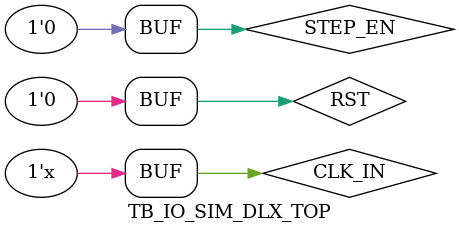
<source format=v>
`timescale 1ns / 1ps


module TB_IO_SIM_DLX_TOP;

	// Inputs
	reg CLK_IN;
	reg RST;
	reg STEP_EN;

	// Outputs
	wire AS_N;
	wire WR_N;
	wire [31:0] GPR_D;
	wire [31:0] AO;
	wire MR;
	wire MW;
	wire A_CE;
	wire B_CE;
	wire C_CE;
	wire IR_CE;
	wire PC_CE;
	wire OVF;
	wire GPR_WE;
	wire [1:0] S1_SEL;
	wire [1:0] S2_SEL;
	wire A_SEL;
	wire MDR_SEL;
	wire DINT_SEL;
	wire TEST;
	wire ITYPE;
	wire ADD;
	wire SHIFT;
	wire JLINK;
	wire STOP_N;
	wire BUSY;
	wire IN_INIT;
	wire [31:0] DO;
	wire [2:0] ALUF;
	wire MAR_CE;
	wire MDR_CE;
	wire AEQZ;
	wire [31:0] IR;
	wire [1:0] MAC_STATE;
	wire [4:0] DLX_STATE;
	wire MUXALU_SEL;

	// Instantiate the Unit Under Test (UUT)
	DLX_IO_SIM_VERILOG uut (
		.CLK_IN(CLK_IN), 
		.RST(RST), 
		.STEP_EN(STEP_EN), 
		.AS_N(AS_N), 
		.WR_N(WR_N), 
		.GPR_D(GPR_D), 
		.AO(AO), 
		.MR(MR), 
		.MW(MW), 
		.A_CE(A_CE), 
		.B_CE(B_CE), 
		.C_CE(C_CE), 
		.IR_CE(IR_CE), 
		.PC_CE(PC_CE), 
		.OVF(OVF), 
		.GPR_WE(GPR_WE), 
		.S1_SEL(S1_SEL), 
		.S2_SEL(S2_SEL), 
		.A_SEL(A_SEL), 
		.MDR_SEL(MDR_SEL), 
		.DINT_SEL(DINT_SEL), 
		.TEST(TEST), 
		.ITYPE(ITYPE), 
		.ADD(ADD), 
		.SHIFT(SHIFT), 
		.JLINK(JLINK), 
		.STOP_N(STOP_N), 
		.BUSY(BUSY), 
		.IN_INIT(IN_INIT), 
		.DO(DO), 
		.ALUF(ALUF), 
		.MAR_CE(MAR_CE), 
		.MDR_CE(MDR_CE), 
		.AEQZ(AEQZ), 
		.IR(IR), 
		.MAC_STATE(MAC_STATE), 
		.DLX_STATE(DLX_STATE),
		.MUXALU_SEL(MUXALU_SEL)
	);

		initial 
	 CLK_IN = 1 ;
	 always #100 CLK_IN = ~ CLK_IN ; 

	initial begin
		// Initialize Inputs
		RST = 1;
		STEP_EN = 0;

		// Wait 202 ns for global reset to finish
		#202;
		// Add stimulus here
		RST = 0 ;
		// LOAD
		STEP_EN = 1;
		#200;
		STEP_EN = 0;
		#2800;
		STEP_EN = 1;
		#200;
		STEP_EN = 0;
		#2800;
		STEP_EN = 1;
		#200;
		STEP_EN = 0;
		#2800;
		STEP_EN = 1;
		#200;
		STEP_EN = 0;
		#2800;
		
		//store
			STEP_EN = 1;
		#200;
		STEP_EN = 0;
		#2800;
		STEP_EN = 1;
		#200;
		STEP_EN = 0;
		#2800;
		STEP_EN = 1;
		#200;
		STEP_EN = 0;
		#2800;
		STEP_EN = 1;
		#200;
		STEP_EN = 0;
		#2800;
			STEP_EN = 1;
		#200;
		STEP_EN = 0;
		#2800;
		STEP_EN = 1;
		#200;
		STEP_EN = 0;
		#2800;
		STEP_EN = 1;
		#200;
		STEP_EN = 0;
		#2800;
		STEP_EN = 1;
		#200;
		STEP_EN = 0;
		#2800;
		//HALT 
		STEP_EN = 1;
		#200;
		STEP_EN = 0;
		#2800;
		STEP_EN = 1;
		#200;
		STEP_EN = 0;
		#2800;
		STEP_EN = 1;
		#200;
		STEP_EN = 0;
		#2800;
		STEP_EN = 1;
		#200;
		STEP_EN = 0;
		#2800;
		STEP_EN = 1;
		#200;
		STEP_EN = 0;
		#2800;
		STEP_EN = 1;
		#200;
		STEP_EN = 0;
		#2800;
		STEP_EN = 1;
		#200;
		STEP_EN = 0;
		#2800;
		STEP_EN = 1;
		#200;
		STEP_EN = 0;
		#2800;
		STEP_EN = 1;
		#200;
		STEP_EN = 0;
		#2800;
		STEP_EN = 1;
		#200;
		STEP_EN = 0;
		#2800;
		STEP_EN = 1;
		#200;
		STEP_EN = 0;
		#2800;
		STEP_EN = 1;
		#200;
		STEP_EN = 0;
		#2800;
		STEP_EN = 1;
		#200;
		STEP_EN = 0;
		#2800;
		STEP_EN = 1;
		#200;
		STEP_EN = 0;
		#2800;
		STEP_EN = 1;
		#200;
		STEP_EN = 0;
		#2800;
		STEP_EN = 1;
		#200;
		STEP_EN = 0;
		#2800;
		STEP_EN = 1;
		#200;
		STEP_EN = 0;
		#2800;
		STEP_EN = 1;
		#200;
		STEP_EN = 0;
		#2800;
		STEP_EN = 1;
		#200;
		STEP_EN = 0;
		#2800;
			STEP_EN = 1;
		#200;
		STEP_EN = 0;
		#2800;
		STEP_EN = 1;
		#200;
		STEP_EN = 0;
		#2800;
		STEP_EN = 1;
		#200;
		STEP_EN = 0;
		#2800;
		STEP_EN = 1;
		#200;
		STEP_EN = 0;
		#2800;
		STEP_EN = 1;
		#200;
		STEP_EN = 0;
		#2800;
		STEP_EN = 1;
		#200;
		STEP_EN = 0;
		#2800;
		STEP_EN = 1;
		#200;
		STEP_EN = 0;
		#2800;
			STEP_EN = 0;
		#2800;
		STEP_EN = 1;
		#200;
		STEP_EN = 0;
		#2800;
		STEP_EN = 1;
		#200;
		STEP_EN = 0;
		#2800;
		STEP_EN = 1;
		#200;
		STEP_EN = 0;
		#2800;
		STEP_EN = 1;
		#200;
		STEP_EN = 0;
		#2800;
		STEP_EN = 1;
		#200;
		STEP_EN = 0;
		#2800;
		STEP_EN = 1;
		#200;
		STEP_EN = 0;
		#2800;
		STEP_EN = 1;
		#200;
		STEP_EN = 0;
		#2800;
		STEP_EN = 1;
		#200;
		STEP_EN = 0;
		#2800;
		STEP_EN = 1;
		#200;
		STEP_EN = 0;
		#2800;
		STEP_EN = 1;
		#200;
		STEP_EN = 0;
		#2800;
		STEP_EN = 1;
		#200;
		STEP_EN = 0;
		#2800;
			STEP_EN = 1;
		#200;
		STEP_EN = 0;
		#2800;
		STEP_EN = 1;
		#200;
		STEP_EN = 0;
		#2800;
		STEP_EN = 1;
		#200;
		STEP_EN = 0;
		#2800;
		STEP_EN = 1;
		#200;
		STEP_EN = 0;
		#2800;
		STEP_EN = 1;
		#200;
		STEP_EN = 0;
		#2800;
		STEP_EN = 1;
		#200;
		STEP_EN = 0;
		#2800;
		STEP_EN = 1;
		#200;
		STEP_EN = 0;
		#2800;
			STEP_EN = 0;
		#2800;
		STEP_EN = 1;
		#200;
		STEP_EN = 0;
		#2800;
		STEP_EN = 1;
		#200;
		STEP_EN = 0;
		#2800;
		STEP_EN = 1;
		#200;
		STEP_EN = 0;
		#2800;
		STEP_EN = 1;
		#200;
		STEP_EN = 0;
		#2800;
		STEP_EN = 1;
		#200;
		STEP_EN = 0;
		#2800;
			STEP_EN = 1;
		#200;
		STEP_EN = 0;
		#2800;
		STEP_EN = 1;
		#200;
		STEP_EN = 0;
		#2800;
		STEP_EN = 1;
		#200;
		STEP_EN = 0;
		#2800;
		STEP_EN = 1;
		#200;
		STEP_EN = 0;
		#2800;
		STEP_EN = 1;
		#200;
		STEP_EN = 0;
		#2800;
		STEP_EN = 1;
		#200;
		STEP_EN = 0;
		#2800;
		STEP_EN = 1;
		#200;
		STEP_EN = 0;
		#2800;
			STEP_EN = 0;
		#2800;
		STEP_EN = 1;
		#200;
		STEP_EN = 0;
		#2800;
		STEP_EN = 1;
		#200;
		STEP_EN = 0;
		#2800;
		STEP_EN = 1;
		#200;
		STEP_EN = 0;
		#2800;
		STEP_EN = 1;
		#200;
		STEP_EN = 0;
		#2800;
		STEP_EN = 1;
		#200;
		STEP_EN = 0;
		#2800;
		STEP_EN = 1;
		#200;
		STEP_EN = 0;
		#2800;
		STEP_EN = 1;
		#200;
		STEP_EN = 0;
		#2800;
		STEP_EN = 1;
		#200;
		STEP_EN = 0;
		#2800;
		STEP_EN = 1;
		#200;
		STEP_EN = 0;
		#2800;
		STEP_EN = 1;
		#200;
		STEP_EN = 0;
		#2800;
		STEP_EN = 1;
		#200;
		STEP_EN = 0;
		#2800;
			STEP_EN = 1;
		#200;
		STEP_EN = 0;
		#2800;
		STEP_EN = 1;
		#200;
		STEP_EN = 0;
		#2800;
		STEP_EN = 1;
		#200;
		STEP_EN = 0;
		#2800;
		STEP_EN = 1;
		#200;
		STEP_EN = 0;
		#2800;
		STEP_EN = 1;
		#200;
		STEP_EN = 0;
		#2800;
		STEP_EN = 1;
		#200;
		STEP_EN = 0;
		#2800;
		STEP_EN = 1;
		#200;
		STEP_EN = 0;
		#2800;

	end
      
endmodule


</source>
